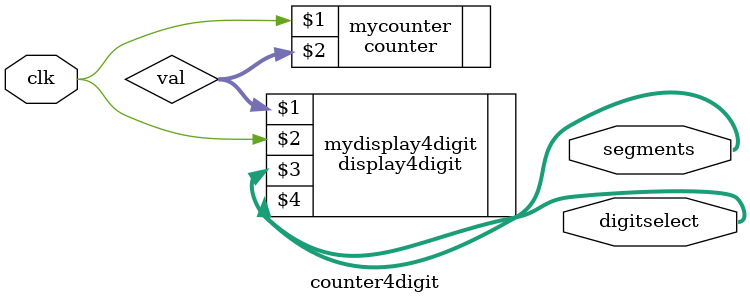
<source format=sv>
`timescale 1ns / 1ps
`default_nettype none

module counter4digit(
    input wire clk,
    output wire [7:0] segments,
    output wire [7:0] digitselect
    );
    
    wire [15:0] val;
    
    counter mycounter(clk, val);
    display4digit mydisplay4digit(val, clk, segments, digitselect);
         
endmodule

</source>
